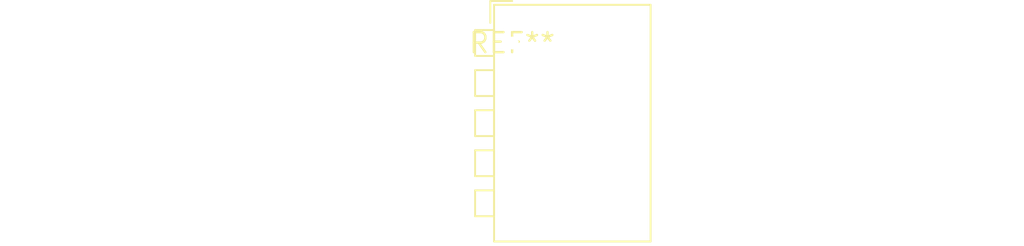
<source format=kicad_pcb>
(kicad_pcb (version 20240108) (generator pcbnew)
  (layers (0 "F.Cu" signal) (31 "B.Cu" signal) (34 "B.Paste" user) (35 "F.Paste" user) (36 "B.SilkS" user "B.Silkscreen") (37 "F.SilkS" user "F.Silkscreen") (38 "B.Mask" user) (39 "F.Mask" user) (44 "Edge.Cuts" user))
  (net 0 "")
  (footprint "SW_DIP_SPSTx05_Piano_CTS_Series194-5MSTN_W7.62mm_P2.54mm" (layer "F.Cu") (at 0 0)
    (property "Reference" "REF**")
    (property "Value" "SW_DIP_SPSTx05_Piano_CTS_Series194-5MSTN_W7.62mm_P2.54mm")
    (fp_line (start -2.34 -0.82) (end -2.34 0.82) (layer "F.SilkS") (stroke (width 0.12)))
    (fp_line (start -2.34 -0.82) (end -1.14 -0.82) (layer "F.SilkS") (stroke (width 0.12)))
    (fp_line (start -2.34 0.82) (end -1.14 0.82) (layer "F.SilkS") (stroke (width 0.12)))
    (fp_line (start -2.34 1.72) (end -2.34 3.361) (layer "F.SilkS") (stroke (width 0.12)))
    (fp_line (start -2.34 1.72) (end -1.14 1.72) (layer "F.SilkS") (stroke (width 0.12)))
    (fp_line (start -2.34 3.361) (end -1.14 3.361) (layer "F.SilkS") (stroke (width 0.12)))
    (fp_line (start -2.34 4.261) (end -2.34 5.9) (layer "F.SilkS") (stroke (width 0.12)))
    (fp_line (start -2.34 4.261) (end -1.14 4.261) (layer "F.SilkS") (stroke (width 0.12)))
    (fp_line (start -2.34 5.9) (end -1.14 5.9) (layer "F.SilkS") (stroke (width 0.12)))
    (fp_line (start -2.34 6.801) (end -2.34 8.441) (layer "F.SilkS") (stroke (width 0.12)))
    (fp_line (start -2.34 6.801) (end -1.14 6.801) (layer "F.SilkS") (stroke (width 0.12)))
    (fp_line (start -2.34 8.441) (end -1.14 8.441) (layer "F.SilkS") (stroke (width 0.12)))
    (fp_line (start -2.34 9.34) (end -2.34 10.98) (layer "F.SilkS") (stroke (width 0.12)))
    (fp_line (start -2.34 9.34) (end -1.14 9.34) (layer "F.SilkS") (stroke (width 0.12)))
    (fp_line (start -2.34 10.98) (end -1.14 10.98) (layer "F.SilkS") (stroke (width 0.12)))
    (fp_line (start -1.38 -2.66) (end -1.38 -1.277) (layer "F.SilkS") (stroke (width 0.12)))
    (fp_line (start -1.38 -2.66) (end 0.004 -2.66) (layer "F.SilkS") (stroke (width 0.12)))
    (fp_line (start -1.14 -2.42) (end -1.14 12.58) (layer "F.SilkS") (stroke (width 0.12)))
    (fp_line (start -1.14 -2.42) (end 8.76 -2.42) (layer "F.SilkS") (stroke (width 0.12)))
    (fp_line (start -1.14 -0.82) (end -1.14 0.82) (layer "F.SilkS") (stroke (width 0.12)))
    (fp_line (start -1.14 1.72) (end -1.14 3.361) (layer "F.SilkS") (stroke (width 0.12)))
    (fp_line (start -1.14 4.261) (end -1.14 5.9) (layer "F.SilkS") (stroke (width 0.12)))
    (fp_line (start -1.14 6.801) (end -1.14 8.441) (layer "F.SilkS") (stroke (width 0.12)))
    (fp_line (start -1.14 9.34) (end -1.14 10.98) (layer "F.SilkS") (stroke (width 0.12)))
    (fp_line (start -1.14 12.58) (end 8.76 12.58) (layer "F.SilkS") (stroke (width 0.12)))
    (fp_line (start 8.76 -2.42) (end 8.76 12.58) (layer "F.SilkS") (stroke (width 0.12)))
    (pad "1" thru_hole rect (at 0 0) (size 1.6 1.6) (drill 0.8) (layers *.Cu *.Mask) (remove_unused_layers))
    (pad "2" thru_hole oval (at 0 2.54) (size 1.6 1.6) (drill 0.8) (layers *.Cu *.Mask) (remove_unused_layers))
    (pad "3" thru_hole oval (at 0 5.08) (size 1.6 1.6) (drill 0.8) (layers *.Cu *.Mask) (remove_unused_layers))
    (pad "4" thru_hole oval (at 0 7.62) (size 1.6 1.6) (drill 0.8) (layers *.Cu *.Mask) (remove_unused_layers))
    (pad "5" thru_hole oval (at 0 10.16) (size 1.6 1.6) (drill 0.8) (layers *.Cu *.Mask) (remove_unused_layers))
    (pad "6" thru_hole oval (at 7.62 10.16) (size 1.6 1.6) (drill 0.8) (layers *.Cu *.Mask) (remove_unused_layers))
    (pad "7" thru_hole oval (at 7.62 7.62) (size 1.6 1.6) (drill 0.8) (layers *.Cu *.Mask) (remove_unused_layers))
    (pad "8" thru_hole oval (at 7.62 5.08) (size 1.6 1.6) (drill 0.8) (layers *.Cu *.Mask) (remove_unused_layers))
    (pad "9" thru_hole oval (at 7.62 2.54) (size 1.6 1.6) (drill 0.8) (layers *.Cu *.Mask) (remove_unused_layers))
    (pad "10" thru_hole oval (at 7.62 0) (size 1.6 1.6) (drill 0.8) (layers *.Cu *.Mask) (remove_unused_layers))
  )
)
</source>
